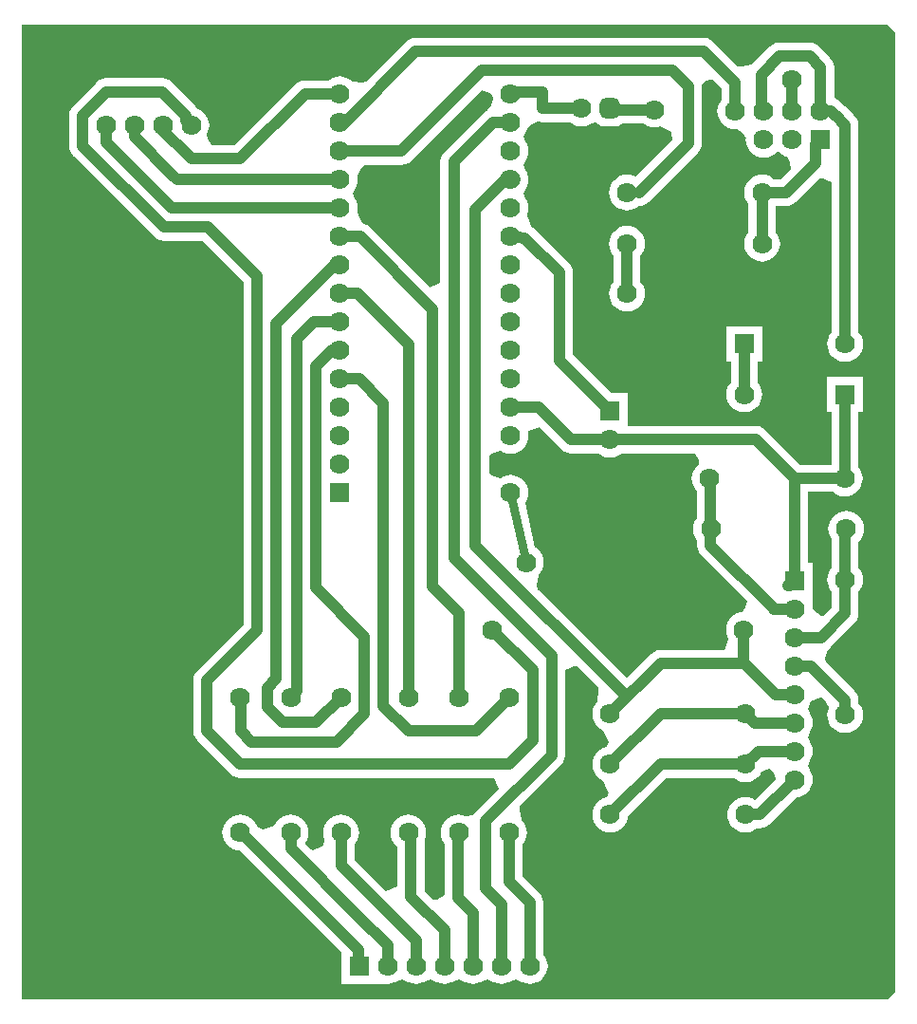
<source format=gtl>
G04 Layer_Physical_Order=1*
G04 Layer_Color=25308*
%FSLAX42Y42*%
%MOMM*%
G71*
G01*
G75*
%ADD10C,1.00*%
%ADD11C,0.80*%
%ADD12C,1.78*%
%ADD13R,1.78X1.78*%
G04:AMPARAMS|DCode=14|XSize=1.78mm|YSize=1.78mm|CornerRadius=0.44mm|HoleSize=0mm|Usage=FLASHONLY|Rotation=180.000|XOffset=0mm|YOffset=0mm|HoleType=Round|Shape=RoundedRectangle|*
%AMROUNDEDRECTD14*
21,1,1.78,0.89,0,0,180.0*
21,1,0.89,1.78,0,0,180.0*
1,1,0.89,-0.44,0.44*
1,1,0.89,0.44,0.44*
1,1,0.89,0.44,-0.44*
1,1,0.89,-0.44,-0.44*
%
%ADD14ROUNDEDRECTD14*%
%ADD15R,1.78X1.78*%
G36*
X-0Y8700D02*
X0Y0D01*
X7729Y-0D01*
X7800Y71D01*
X7800Y8629D01*
X7729Y8700D01*
X-0Y8700D01*
D02*
G37*
%LPC*%
G36*
X6291Y6009D02*
X6609D01*
Y5691D01*
X6571D01*
Y5503D01*
X6583Y5489D01*
X6598Y5461D01*
X6607Y5431D01*
X6610Y5400D01*
X6607Y5369D01*
X6598Y5339D01*
X6583Y5311D01*
X6563Y5287D01*
X6539Y5267D01*
X6511Y5252D01*
X6481Y5243D01*
X6450Y5240D01*
X6419Y5243D01*
X6389Y5252D01*
X6361Y5267D01*
X6337Y5287D01*
X6317Y5311D01*
X6302Y5339D01*
X6293Y5369D01*
X6290Y5400D01*
X6293Y5431D01*
X6302Y5461D01*
X6317Y5489D01*
X6329Y5503D01*
Y5691D01*
X6291D01*
Y6009D01*
D02*
G37*
G36*
X5403Y6903D02*
X5434Y6900D01*
X5464Y6891D01*
X5492Y6876D01*
X5516Y6856D01*
X5536Y6832D01*
X5551Y6805D01*
X5560Y6775D01*
X5563Y6743D01*
X5560Y6712D01*
X5551Y6682D01*
X5536Y6655D01*
X5524Y6640D01*
Y6403D01*
X5536Y6389D01*
X5551Y6361D01*
X5560Y6331D01*
X5563Y6300D01*
X5560Y6269D01*
X5551Y6239D01*
X5536Y6211D01*
X5516Y6187D01*
X5492Y6167D01*
X5464Y6152D01*
X5434Y6143D01*
X5403Y6140D01*
X5372Y6143D01*
X5342Y6152D01*
X5314Y6167D01*
X5290Y6187D01*
X5270Y6211D01*
X5256Y6239D01*
X5247Y6269D01*
X5243Y6300D01*
X5247Y6331D01*
X5256Y6361D01*
X5270Y6389D01*
X5282Y6403D01*
Y6640D01*
X5270Y6655D01*
X5256Y6682D01*
X5247Y6712D01*
X5243Y6743D01*
X5247Y6775D01*
X5256Y6805D01*
X5270Y6832D01*
X5290Y6856D01*
X5314Y6876D01*
X5342Y6891D01*
X5372Y6900D01*
X5403Y6903D01*
D02*
G37*
G36*
X3516Y8581D02*
X6090D01*
X6121Y8577D01*
X6150Y8565D01*
X6175Y8546D01*
X6393Y8328D01*
X6424Y8324D01*
X6514Y8339D01*
X6677Y8501D01*
X6702Y8521D01*
X6731Y8533D01*
X6763Y8537D01*
X7034D01*
X7065Y8533D01*
X7095Y8521D01*
X7120Y8501D01*
X7217Y8405D01*
X7236Y8380D01*
X7248Y8350D01*
X7252Y8319D01*
Y8044D01*
X7254Y8044D01*
X7284Y8032D01*
X7309Y8013D01*
X7349Y7972D01*
X7355Y7967D01*
X7425Y7897D01*
X7433Y7888D01*
X7436Y7886D01*
X7455Y7861D01*
X7467Y7831D01*
X7471Y7800D01*
X7471Y5953D01*
X7483Y5939D01*
X7498Y5911D01*
X7507Y5881D01*
X7510Y5850D01*
X7507Y5819D01*
X7498Y5789D01*
X7483Y5761D01*
X7463Y5737D01*
X7439Y5717D01*
X7411Y5702D01*
X7381Y5693D01*
X7350Y5690D01*
X7319Y5693D01*
X7289Y5702D01*
X7261Y5717D01*
X7237Y5737D01*
X7217Y5761D01*
X7202Y5789D01*
X7193Y5819D01*
X7190Y5850D01*
X7193Y5881D01*
X7202Y5911D01*
X7217Y5939D01*
X7229Y5953D01*
X7229Y7295D01*
X7129Y7336D01*
X6907Y7114D01*
X6882Y7095D01*
X6853Y7083D01*
X6822Y7079D01*
X6731D01*
Y6846D01*
X6742Y6832D01*
X6757Y6805D01*
X6766Y6775D01*
X6769Y6743D01*
X6766Y6712D01*
X6757Y6682D01*
X6742Y6655D01*
X6723Y6631D01*
X6698Y6611D01*
X6671Y6596D01*
X6641Y6587D01*
X6610Y6584D01*
X6578Y6587D01*
X6549Y6596D01*
X6521Y6611D01*
X6497Y6631D01*
X6477Y6655D01*
X6462Y6682D01*
X6453Y6712D01*
X6450Y6743D01*
X6453Y6775D01*
X6462Y6805D01*
X6477Y6832D01*
X6489Y6846D01*
Y7097D01*
X6477Y7111D01*
X6462Y7139D01*
X6453Y7169D01*
X6450Y7200D01*
X6453Y7231D01*
X6462Y7261D01*
X6477Y7289D01*
X6497Y7313D01*
X6521Y7333D01*
X6549Y7348D01*
X6578Y7357D01*
X6610Y7360D01*
X6641Y7357D01*
X6671Y7348D01*
X6698Y7333D01*
X6713Y7321D01*
X6772D01*
X6865Y7414D01*
X6854Y7474D01*
X6830Y7521D01*
X6816Y7525D01*
X6788Y7540D01*
X6764Y7560D01*
X6736D01*
X6712Y7540D01*
X6684Y7525D01*
X6654Y7516D01*
X6623Y7513D01*
X6592Y7516D01*
X6562Y7525D01*
X6534Y7540D01*
X6510Y7560D01*
X6490Y7584D01*
X6475Y7612D01*
X6466Y7642D01*
X6463Y7673D01*
X6465Y7688D01*
X6429Y7733D01*
X6384Y7769D01*
X6369Y7767D01*
X6338Y7770D01*
X6308Y7779D01*
X6280Y7794D01*
X6256Y7814D01*
X6236Y7838D01*
X6221Y7866D01*
X6212Y7896D01*
X6209Y7927D01*
X6212Y7958D01*
X6221Y7988D01*
X6236Y8016D01*
X6248Y8030D01*
Y8131D01*
X6160Y8218D01*
X6094Y8191D01*
X6070Y8168D01*
X6072Y8149D01*
Y7641D01*
X6068Y7610D01*
X6056Y7581D01*
X6037Y7555D01*
X5596Y7114D01*
X5571Y7095D01*
X5541Y7083D01*
X5510Y7079D01*
X5507Y7079D01*
X5492Y7067D01*
X5464Y7052D01*
X5434Y7043D01*
X5403Y7040D01*
X5372Y7043D01*
X5342Y7052D01*
X5314Y7067D01*
X5290Y7087D01*
X5270Y7111D01*
X5256Y7139D01*
X5247Y7169D01*
X5243Y7200D01*
X5247Y7231D01*
X5256Y7261D01*
X5270Y7289D01*
X5290Y7313D01*
X5314Y7333D01*
X5342Y7348D01*
X5372Y7357D01*
X5403Y7360D01*
X5434Y7357D01*
X5464Y7348D01*
X5479Y7340D01*
X5805Y7666D01*
X5798Y7739D01*
X5768Y7757D01*
X5701Y7789D01*
X5681Y7783D01*
X5650Y7780D01*
X5619Y7783D01*
X5589Y7792D01*
X5561Y7807D01*
X5547Y7818D01*
X5369D01*
X5352Y7806D01*
X5324Y7794D01*
X5294Y7790D01*
X5206D01*
X5176Y7794D01*
X5148Y7806D01*
X5124Y7824D01*
X5085Y7817D01*
X5057Y7802D01*
X5027Y7793D01*
X4996Y7790D01*
X4965Y7793D01*
X4935Y7802D01*
X4907Y7817D01*
X4893Y7829D01*
X4650D01*
X4619Y7833D01*
X4609Y7832D01*
X4555Y7809D01*
X4538Y7799D01*
X4514Y7777D01*
X4510Y7763D01*
X4495Y7735D01*
X4480Y7697D01*
X4495Y7659D01*
X4510Y7631D01*
X4519Y7601D01*
X4522Y7570D01*
X4519Y7539D01*
X4510Y7509D01*
X4495Y7481D01*
X4480Y7443D01*
X4495Y7405D01*
X4510Y7377D01*
X4514Y7364D01*
X4520Y7347D01*
X4524Y7316D01*
X4520Y7285D01*
X4514Y7268D01*
X4510Y7255D01*
X4495Y7227D01*
X4480Y7189D01*
X4495Y7151D01*
X4510Y7123D01*
X4519Y7093D01*
X4522Y7062D01*
X4519Y7031D01*
X4513Y7014D01*
X4513Y7012D01*
X4513Y7007D01*
X4515Y6985D01*
X4518Y6973D01*
X4547Y6906D01*
X4549Y6904D01*
X4558Y6895D01*
X4566Y6888D01*
X4574Y6882D01*
X4886Y6570D01*
X4905Y6545D01*
X4917Y6516D01*
X4921Y6485D01*
Y5750D01*
X5262Y5409D01*
X5409D01*
Y5117D01*
X6554D01*
X6585Y5113D01*
X6615Y5101D01*
X6640Y5082D01*
X6950Y4771D01*
X7226D01*
Y5241D01*
X7191D01*
Y5559D01*
X7509D01*
Y5241D01*
X7468D01*
Y4753D01*
X7480Y4739D01*
X7494Y4711D01*
X7504Y4681D01*
X7507Y4650D01*
X7504Y4619D01*
X7494Y4589D01*
X7480Y4561D01*
X7460Y4537D01*
X7436Y4517D01*
X7408Y4502D01*
X7378Y4493D01*
X7347Y4490D01*
X7316Y4493D01*
X7286Y4502D01*
X7258Y4517D01*
X7244Y4529D01*
X7021D01*
Y3898D01*
X7059D01*
Y3585D01*
X7060Y3485D01*
X7135Y3424D01*
X7150Y3418D01*
X7229Y3497D01*
Y3644D01*
X7217Y3658D01*
X7202Y3686D01*
X7193Y3716D01*
X7190Y3747D01*
X7193Y3778D01*
X7202Y3808D01*
X7217Y3836D01*
X7229Y3850D01*
Y4109D01*
X7227Y4111D01*
X7212Y4139D01*
X7203Y4169D01*
X7200Y4200D01*
X7203Y4231D01*
X7212Y4261D01*
X7227Y4289D01*
X7247Y4313D01*
X7271Y4333D01*
X7298Y4348D01*
X7328Y4357D01*
X7360Y4360D01*
X7391Y4357D01*
X7421Y4348D01*
X7448Y4333D01*
X7472Y4313D01*
X7492Y4289D01*
X7507Y4261D01*
X7516Y4231D01*
X7519Y4200D01*
X7516Y4169D01*
X7507Y4139D01*
X7492Y4111D01*
X7472Y4087D01*
X7471Y4086D01*
Y3850D01*
X7483Y3836D01*
X7498Y3808D01*
X7507Y3778D01*
X7510Y3747D01*
X7507Y3716D01*
X7498Y3686D01*
X7483Y3658D01*
X7471Y3644D01*
Y3447D01*
X7467Y3416D01*
X7455Y3386D01*
X7436Y3361D01*
X7220Y3145D01*
X7201Y3131D01*
X7193Y3121D01*
X7174Y3039D01*
X7176Y3015D01*
X7436Y2756D01*
X7455Y2731D01*
X7467Y2701D01*
X7471Y2670D01*
Y2643D01*
X7483Y2629D01*
X7498Y2602D01*
X7507Y2572D01*
X7510Y2540D01*
X7507Y2509D01*
X7498Y2479D01*
X7483Y2452D01*
X7463Y2428D01*
X7439Y2408D01*
X7411Y2393D01*
X7381Y2384D01*
X7350Y2381D01*
X7319Y2384D01*
X7289Y2393D01*
X7261Y2408D01*
X7237Y2428D01*
X7217Y2452D01*
X7202Y2479D01*
X7193Y2509D01*
X7190Y2540D01*
X7193Y2572D01*
X7202Y2602D01*
X7209Y2613D01*
X7162Y2674D01*
X7140Y2692D01*
X7126Y2692D01*
X7048Y2662D01*
X7033Y2634D01*
X7018Y2596D01*
X7033Y2558D01*
X7048Y2530D01*
X7057Y2500D01*
X7060Y2469D01*
X7057Y2438D01*
X7048Y2408D01*
X7033Y2380D01*
X7018Y2342D01*
X7033Y2304D01*
X7048Y2276D01*
X7057Y2246D01*
X7060Y2215D01*
X7057Y2184D01*
X7048Y2154D01*
X7033Y2126D01*
X7018Y2088D01*
X7033Y2050D01*
X7048Y2022D01*
X7057Y1992D01*
X7060Y1961D01*
X7057Y1930D01*
X7048Y1900D01*
X7033Y1872D01*
X7013Y1848D01*
X6989Y1828D01*
X6961Y1813D01*
X6931Y1804D01*
X6913Y1803D01*
X6675Y1564D01*
X6650Y1545D01*
X6620Y1533D01*
X6589Y1529D01*
X6563D01*
X6548Y1517D01*
X6521Y1502D01*
X6491Y1493D01*
X6460Y1490D01*
X6428Y1493D01*
X6398Y1502D01*
X6371Y1517D01*
X6347Y1537D01*
X6327Y1561D01*
X6312Y1589D01*
X6303Y1619D01*
X6300Y1650D01*
X6303Y1681D01*
X6312Y1711D01*
X6327Y1739D01*
X6347Y1763D01*
X6371Y1783D01*
X6398Y1798D01*
X6428Y1807D01*
X6460Y1810D01*
X6491Y1807D01*
X6521Y1798D01*
X6548Y1783D01*
X6550Y1782D01*
X6731Y1963D01*
X6710Y2023D01*
X6673Y2057D01*
X6632Y2046D01*
X6604Y2032D01*
X6592Y2011D01*
X6573Y1987D01*
X6548Y1967D01*
X6521Y1952D01*
X6491Y1943D01*
X6460Y1940D01*
X6428Y1943D01*
X6398Y1952D01*
X6371Y1967D01*
X6357Y1979D01*
X5753D01*
X5412Y1637D01*
X5410Y1619D01*
X5401Y1589D01*
X5386Y1561D01*
X5366Y1537D01*
X5342Y1517D01*
X5314Y1502D01*
X5284Y1493D01*
X5253Y1490D01*
X5222Y1493D01*
X5192Y1502D01*
X5164Y1517D01*
X5140Y1537D01*
X5120Y1561D01*
X5106Y1589D01*
X5096Y1619D01*
X5093Y1650D01*
X5096Y1681D01*
X5106Y1711D01*
X5120Y1739D01*
X5140Y1763D01*
X5164Y1783D01*
X5192Y1798D01*
X5222Y1807D01*
X5223Y1810D01*
X5238Y1847D01*
X5236Y1861D01*
X5192Y1952D01*
X5164Y1967D01*
X5140Y1987D01*
X5120Y2011D01*
X5106Y2039D01*
X5096Y2069D01*
X5093Y2100D01*
X5096Y2131D01*
X5106Y2161D01*
X5120Y2189D01*
X5140Y2213D01*
X5164Y2233D01*
X5192Y2248D01*
X5222Y2257D01*
X5223Y2260D01*
X5238Y2297D01*
X5236Y2311D01*
X5192Y2402D01*
X5164Y2417D01*
X5140Y2437D01*
X5120Y2461D01*
X5106Y2489D01*
X5096Y2519D01*
X5093Y2550D01*
X5096Y2581D01*
X5106Y2611D01*
X5120Y2639D01*
X5140Y2663D01*
X5150Y2752D01*
X5144Y2785D01*
X4950Y2979D01*
X4850Y2937D01*
Y2179D01*
X4846Y2148D01*
X4834Y2118D01*
X4814Y2093D01*
X4448Y1727D01*
X4445Y1694D01*
X4463Y1603D01*
X4483Y1579D01*
X4498Y1552D01*
X4507Y1522D01*
X4510Y1490D01*
X4507Y1459D01*
X4498Y1429D01*
X4483Y1402D01*
X4471Y1387D01*
X4471Y1100D01*
X4621Y951D01*
X4640Y926D01*
X4652Y896D01*
X4656Y865D01*
Y403D01*
X4668Y389D01*
X4683Y361D01*
X4692Y331D01*
X4695Y300D01*
X4692Y269D01*
X4683Y239D01*
X4668Y211D01*
X4648Y187D01*
X4624Y167D01*
X4596Y152D01*
X4566Y143D01*
X4535Y140D01*
X4504Y143D01*
X4474Y152D01*
X4446Y167D01*
X4408Y182D01*
X4370Y167D01*
X4342Y152D01*
X4312Y143D01*
X4281Y140D01*
X4250Y143D01*
X4220Y152D01*
X4192Y167D01*
X4154Y182D01*
X4116Y167D01*
X4088Y152D01*
X4058Y143D01*
X4027Y140D01*
X3996Y143D01*
X3966Y152D01*
X3938Y167D01*
X3900Y182D01*
X3862Y167D01*
X3834Y152D01*
X3804Y143D01*
X3773Y140D01*
X3742Y143D01*
X3712Y152D01*
X3684Y167D01*
X3646Y182D01*
X3608Y167D01*
X3580Y152D01*
X3550Y143D01*
X3519Y140D01*
X3488Y143D01*
X3458Y152D01*
X3430Y167D01*
X3392Y182D01*
X3354Y167D01*
X3354Y167D01*
X3354Y167D01*
X3326Y152D01*
X3326Y152D01*
X3296Y143D01*
X3268Y141D01*
X3265Y140D01*
X3265D01*
X3165Y141D01*
X2852D01*
Y427D01*
X1948Y1331D01*
X1919Y1334D01*
X1889Y1343D01*
X1861Y1358D01*
X1837Y1378D01*
X1817Y1402D01*
X1802Y1429D01*
X1793Y1459D01*
X1790Y1490D01*
X1793Y1522D01*
X1802Y1552D01*
X1817Y1579D01*
X1837Y1603D01*
X1861Y1623D01*
X1889Y1638D01*
X1919Y1647D01*
X1950Y1650D01*
X1981Y1647D01*
X2011Y1638D01*
X2039Y1623D01*
X2063Y1603D01*
X2083Y1579D01*
X2098Y1552D01*
X2101Y1541D01*
X2147Y1520D01*
X2158Y1520D01*
X2252Y1552D01*
X2267Y1579D01*
X2287Y1603D01*
X2311Y1623D01*
X2339Y1638D01*
X2369Y1647D01*
X2400Y1650D01*
X2431Y1647D01*
X2461Y1638D01*
X2489Y1623D01*
X2513Y1603D01*
X2533Y1579D01*
X2548Y1552D01*
X2557Y1522D01*
X2560Y1490D01*
X2557Y1459D01*
X2548Y1429D01*
X2533Y1402D01*
X2527Y1394D01*
X2584Y1337D01*
X2595Y1336D01*
X2692Y1371D01*
X2704Y1426D01*
X2702Y1429D01*
X2693Y1459D01*
X2690Y1490D01*
X2693Y1522D01*
X2702Y1552D01*
X2717Y1579D01*
X2737Y1603D01*
X2761Y1623D01*
X2789Y1638D01*
X2819Y1647D01*
X2850Y1650D01*
X2881Y1647D01*
X2911Y1638D01*
X2939Y1623D01*
X2963Y1603D01*
X2983Y1579D01*
X2998Y1552D01*
X3007Y1522D01*
X3010Y1490D01*
X3007Y1459D01*
X2998Y1429D01*
X2983Y1402D01*
X2971Y1387D01*
Y1250D01*
X3252Y969D01*
X3352Y1011D01*
Y1365D01*
X3337Y1378D01*
X3317Y1402D01*
X3302Y1429D01*
X3293Y1459D01*
X3290Y1490D01*
X3293Y1522D01*
X3302Y1552D01*
X3317Y1579D01*
X3337Y1603D01*
X3361Y1623D01*
X3389Y1638D01*
X3419Y1647D01*
X3450Y1650D01*
X3481Y1647D01*
X3511Y1638D01*
X3539Y1623D01*
X3563Y1603D01*
X3583Y1579D01*
X3598Y1552D01*
X3607Y1522D01*
X3610Y1490D01*
X3607Y1459D01*
X3598Y1429D01*
X3594Y1423D01*
Y971D01*
X3675Y890D01*
X3707Y895D01*
X3774Y933D01*
Y1393D01*
X3767Y1402D01*
X3752Y1429D01*
X3743Y1459D01*
X3740Y1490D01*
X3743Y1522D01*
X3752Y1552D01*
X3767Y1579D01*
X3787Y1603D01*
X3811Y1623D01*
X3839Y1638D01*
X3869Y1647D01*
X3900Y1650D01*
X3931Y1647D01*
X3932Y1647D01*
X3964Y1638D01*
X4021Y1649D01*
X4056Y1677D01*
X4258Y1879D01*
X4216Y1979D01*
X1950D01*
X1919Y1983D01*
X1889Y1995D01*
X1864Y2014D01*
X1564Y2314D01*
X1545Y2339D01*
X1533Y2369D01*
X1529Y2400D01*
Y2850D01*
X1533Y2881D01*
X1545Y2911D01*
X1564Y2936D01*
X1979Y3350D01*
Y6400D01*
X1608Y6771D01*
X1268D01*
X1236Y6775D01*
X1207Y6787D01*
X1182Y6806D01*
X456Y7533D01*
X436Y7558D01*
X424Y7587D01*
X420Y7618D01*
Y7887D01*
X424Y7918D01*
X436Y7947D01*
X456Y7972D01*
X659Y8176D01*
X667Y8186D01*
X692Y8205D01*
X721Y8217D01*
X752Y8221D01*
X1253D01*
X1285Y8217D01*
X1314Y8205D01*
X1339Y8186D01*
X1552Y7972D01*
X1571Y7948D01*
X1573Y7948D01*
X1601Y7933D01*
X1625Y7913D01*
X1645Y7889D01*
X1660Y7861D01*
X1669Y7831D01*
X1672Y7800D01*
X1669Y7769D01*
X1660Y7739D01*
X1650Y7721D01*
X1662Y7682D01*
X1697Y7621D01*
X1900D01*
X2442Y8164D01*
X2467Y8183D01*
X2497Y8195D01*
X2528Y8199D01*
X2735D01*
X2749Y8211D01*
X2777Y8226D01*
X2807Y8235D01*
X2838Y8238D01*
X2869Y8235D01*
X2899Y8226D01*
X2927Y8211D01*
X2951Y8191D01*
X3041Y8182D01*
X3073Y8188D01*
X3430Y8546D01*
X3455Y8565D01*
X3484Y8577D01*
X3516Y8581D01*
D02*
G37*
%LPD*%
G36*
X4523Y5072D02*
X4518Y5063D01*
X4519Y5061D01*
X4522Y5030D01*
X4519Y4999D01*
X4510Y4969D01*
X4495Y4941D01*
X4475Y4917D01*
X4451Y4897D01*
X4423Y4882D01*
X4393Y4873D01*
X4362Y4870D01*
X4331Y4873D01*
X4301Y4882D01*
X4273Y4897D01*
X4271Y4899D01*
X4197Y4875D01*
X4171Y4855D01*
Y4697D01*
X4197Y4677D01*
X4271Y4653D01*
X4273Y4655D01*
X4301Y4670D01*
X4331Y4679D01*
X4362Y4682D01*
X4393Y4679D01*
X4423Y4670D01*
X4451Y4655D01*
X4475Y4635D01*
X4495Y4611D01*
X4510Y4583D01*
X4519Y4553D01*
X4522Y4522D01*
X4519Y4491D01*
X4510Y4461D01*
X4495Y4434D01*
X4584Y4035D01*
X4589Y4033D01*
X4613Y4013D01*
X4633Y3989D01*
X4648Y3961D01*
X4657Y3931D01*
X4660Y3900D01*
X4657Y3869D01*
X4648Y3839D01*
X4633Y3811D01*
X4613Y3787D01*
X4601Y3698D01*
X4607Y3664D01*
X5402Y2870D01*
X5618Y3086D01*
X5643Y3105D01*
X5672Y3117D01*
X5703Y3121D01*
X6272D01*
X6291Y3161D01*
X6309Y3221D01*
X6299Y3239D01*
X6290Y3269D01*
X6287Y3300D01*
X6290Y3331D01*
X6299Y3361D01*
X6314Y3389D01*
X6334Y3413D01*
X6358Y3433D01*
X6386Y3448D01*
X6416Y3457D01*
X6432Y3458D01*
X6457Y3496D01*
X6474Y3557D01*
X6064Y3968D01*
X6045Y3993D01*
X6033Y4022D01*
X6029Y4053D01*
Y4101D01*
X6020Y4111D01*
X6006Y4139D01*
X5996Y4169D01*
X5993Y4200D01*
X5996Y4231D01*
X6006Y4261D01*
X6020Y4289D01*
X6029Y4299D01*
Y4536D01*
X6028Y4537D01*
X6008Y4561D01*
X5993Y4589D01*
X5984Y4619D01*
X5981Y4650D01*
X5984Y4681D01*
X5993Y4711D01*
X6008Y4739D01*
X6028Y4763D01*
X6042Y4775D01*
X6041Y4809D01*
X6012Y4875D01*
X5353D01*
X5339Y4863D01*
X5311Y4848D01*
X5281Y4839D01*
X5250Y4836D01*
X5219Y4839D01*
X5189Y4848D01*
X5161Y4863D01*
X5147Y4875D01*
X4904D01*
X4873Y4879D01*
X4843Y4891D01*
X4818Y4910D01*
X4622Y5107D01*
X4523Y5072D01*
D02*
G37*
G36*
X3476Y7484D02*
X3451Y7465D01*
X3421Y7453D01*
X3390Y7449D01*
X3060D01*
X3032Y7421D01*
X2994Y7349D01*
X2995Y7347D01*
X2998Y7316D01*
X2995Y7285D01*
X2986Y7255D01*
X2971Y7227D01*
X2956Y7189D01*
X2971Y7151D01*
X2986Y7123D01*
X2995Y7093D01*
X2998Y7062D01*
X2995Y7031D01*
X2994Y7029D01*
X3002Y6996D01*
X3030Y6949D01*
X3048Y6928D01*
X3055Y6923D01*
X3080Y6913D01*
X3105Y6894D01*
X3644Y6355D01*
X3736Y6393D01*
Y7475D01*
X3741Y7506D01*
X3753Y7535D01*
X3772Y7560D01*
X4121Y7910D01*
X4146Y7929D01*
X4151Y7931D01*
X4155Y7934D01*
X4188Y7980D01*
X4206Y8037D01*
X4206Y8045D01*
X4205Y8047D01*
X4203Y8070D01*
X4183Y8085D01*
X4105Y8114D01*
X3476Y7484D01*
D02*
G37*
D10*
X4350Y2697D02*
X4053Y2400D01*
X3450D01*
X4800Y6485D02*
X4488Y6796D01*
X4800Y5700D02*
Y6485D01*
X5250Y5250D02*
X4800Y5700D01*
X4616Y5284D02*
X4362D01*
X4904Y4996D02*
X4616Y5284D01*
X5250Y4996D02*
X4904D01*
X1952Y2398D02*
Y2695D01*
X4141Y989D02*
Y1591D01*
X4729Y2179D02*
X4141Y1591D01*
X4729Y2179D02*
Y3071D01*
X3005Y445D02*
X1955Y1495D01*
X3005Y295D02*
Y445D01*
X3265Y300D02*
Y485D01*
X3000Y750D01*
X2400Y1350D02*
Y1490D01*
X3000Y750D02*
X2400Y1350D01*
X2850Y1200D02*
Y1490D01*
X3519Y531D02*
X2850Y1200D01*
X3519Y300D02*
Y531D01*
X3473Y921D02*
Y1490D01*
X3773Y621D02*
X3473Y921D01*
X3773Y300D02*
Y621D01*
X3895Y905D02*
Y1495D01*
X4027Y773D02*
X3895Y905D01*
X4027Y300D02*
Y773D01*
X4281Y849D02*
X4141Y989D01*
X2838Y7062D02*
X1338D01*
X750Y7650D01*
X2838Y7316D02*
X1384D01*
X1350Y7350D01*
X1350D01*
X1004Y7696D01*
X1517Y7500D02*
X1237Y7779D01*
X1950Y7500D02*
X1517D01*
X1268Y6892D02*
X541Y7618D01*
X2528Y8078D02*
X1950Y7500D01*
X2838Y8078D02*
X2528D01*
X4110Y8290D02*
X3390Y7570D01*
X5810Y8290D02*
X4110D01*
X5951Y8149D02*
X5810Y8290D01*
X3516Y8460D02*
X2859Y7803D01*
X6090Y8460D02*
X3516D01*
X6369Y8181D02*
X6090Y8460D01*
X5951Y7641D02*
Y8149D01*
Y7641D02*
X5510Y7200D01*
X5403Y6300D02*
Y6743D01*
X3390Y7570D02*
X2838D01*
X6610Y6743D02*
Y7200D01*
X6822D02*
X6610D01*
X7086Y7464D02*
X6822Y7200D01*
X7086Y7464D02*
Y7628D01*
X7131Y7673D02*
X7086Y7628D01*
X7268Y7882D02*
X7223Y7927D01*
X7270Y7882D02*
X7268D01*
X7340Y7812D02*
X7270Y7882D01*
X7340Y7810D02*
Y7812D01*
X7223Y7927D02*
X7131D01*
X7350Y5850D02*
X7350Y7800D01*
X7347Y4650D02*
X6900D01*
X6554Y4996D02*
X5250D01*
X6900Y4650D02*
X6554Y4996D01*
X4281Y300D02*
Y849D01*
X4350Y1050D02*
X4350Y1490D01*
X4535Y300D02*
Y865D01*
X4350Y1050D01*
Y1050D01*
X5779Y1700D02*
X5713Y1765D01*
X4766Y4776D02*
X4507D01*
X4790Y4800D02*
X4766Y4776D01*
X2270Y2862D02*
X2191Y2783D01*
X2270Y2862D02*
Y6027D01*
X2797Y6554D02*
X2270Y6027D01*
X2100Y6450D02*
X1658Y6892D01*
X2100Y3300D02*
Y6450D01*
Y3300D02*
X1650Y2850D01*
X7347Y4650D02*
Y5397D01*
X6450Y5400D02*
Y5850D01*
X4488Y6796D02*
X4362Y6808D01*
Y7824D02*
X4207D01*
X3019Y6808D02*
X2838D01*
X2624Y2471D02*
X2329D01*
X2850Y2697D02*
X2624Y2471D01*
X3000Y6300D02*
X2838D01*
Y6046D02*
X2606D01*
X2838Y5792D02*
X2768D01*
X2049Y2301D02*
X1952Y2398D01*
X3012Y5538D02*
X2838D01*
X4507Y4776D02*
X4362D01*
X4507Y4691D02*
Y4776D01*
X5713Y1765D02*
X5650D01*
X6900Y3739D02*
Y4650D01*
Y2723D02*
X6877Y2700D01*
X7350Y3447D02*
X7134Y3231D01*
X6900D01*
X7043Y2977D02*
X6900D01*
X7350Y2670D02*
X7043Y2977D01*
X7350Y2540D02*
Y2670D01*
X3229Y5321D02*
X3012Y5538D01*
X3450Y2400D02*
X3229Y2621D01*
X3059Y2551D02*
X3059Y2551D01*
X3059Y2551D02*
X2809Y2301D01*
X2049D01*
X3059Y2551D02*
Y3241D01*
X6900Y3739D02*
X6855Y3694D01*
X6900Y3750D02*
X6844Y3694D01*
X1004Y7696D02*
Y7800D01*
X750Y7650D02*
Y7800D01*
X2455Y2752D02*
X2400Y2697D01*
X2838Y6554D02*
X2797D01*
X2260Y2542D02*
X2191Y2610D01*
Y2783D01*
X2329Y2471D02*
X2250Y2550D01*
X1950Y2100D02*
X1650Y2400D01*
Y2850D01*
X2768Y5792D02*
X2625Y5649D01*
Y3675D02*
Y5649D01*
X3059Y3241D02*
X2625Y3675D01*
X2606Y6046D02*
X2455Y5895D01*
Y2752D02*
Y5895D01*
X3229Y2621D02*
Y5321D01*
X3900Y2697D02*
Y3450D01*
X3858Y3942D02*
Y7475D01*
X4207Y7824D02*
X3858Y7475D01*
X3900Y3450D02*
X3668Y3683D01*
Y6160D01*
X3019Y6808D01*
X3470Y2697D02*
X3453Y2714D01*
Y5847D01*
X3000Y6300D01*
X4350Y2100D02*
X1950D01*
X4403Y7316D02*
X4362D01*
X4480Y2230D02*
X4350Y2100D01*
X4480Y2230D02*
Y2231D01*
X4559Y2310D02*
X4480Y2231D01*
X4729Y3071D02*
X3858Y3942D01*
X4559Y2310D02*
Y2941D01*
X4200Y3300D01*
X6900Y3485D02*
X6715D01*
X7350Y3447D02*
Y3747D01*
Y4190D01*
X6717Y3487D02*
X6150Y4053D01*
Y4637D01*
X6900Y2723D02*
X6727D01*
X6900Y1961D02*
X6589Y1650D01*
X6460D01*
X6900Y2215D02*
X6575D01*
X6460Y2100D01*
X5703D01*
X5253Y1650D01*
X6900Y2469D02*
X6541D01*
X6460Y2550D01*
X5703D01*
X5253Y2100D01*
X6447Y3000D02*
X6447Y3000D01*
X5703D02*
X5253Y2550D01*
X6447Y3000D02*
X5703D01*
X4362Y7316D02*
X4316D01*
X4050Y7050D01*
X5400Y2700D02*
X4050Y4050D01*
Y7050D01*
X6447Y3000D02*
Y3300D01*
X6727Y2723D02*
X6448Y3002D01*
X6877Y7927D02*
Y8207D01*
X6600Y7950D02*
Y8253D01*
X7131Y7927D02*
Y8319D01*
X6369Y7927D02*
Y8181D01*
X1658Y6892D02*
X1268D01*
X1467Y7845D02*
Y7887D01*
X1512Y7800D02*
X1467Y7845D01*
Y7887D02*
X1253Y8100D01*
X752D01*
X541Y7618D02*
Y7887D01*
X752Y8098D02*
X541Y7887D01*
X7034Y8416D02*
X6763D01*
X7131Y8319D02*
X7034Y8416D01*
X6763D02*
X6600Y8253D01*
X4996Y7950D02*
X4650D01*
Y8100D01*
X4384D01*
X5650Y7940D02*
X5260D01*
D11*
X4500Y3900D02*
X4362Y4522D01*
D12*
X5250Y4742D02*
D03*
Y4996D02*
D03*
X6900Y1961D02*
D03*
Y2215D02*
D03*
Y2469D02*
D03*
Y2723D02*
D03*
Y2977D02*
D03*
Y3231D02*
D03*
Y3485D02*
D03*
X7347Y4650D02*
D03*
X6140D02*
D03*
X1512Y7800D02*
D03*
X750D02*
D03*
X1004D02*
D03*
X1258D02*
D03*
X1766D02*
D03*
X4996Y7950D02*
D03*
X6369Y7927D02*
D03*
X6623D02*
D03*
X7131D02*
D03*
X6877Y7673D02*
D03*
X6623D02*
D03*
X6369D02*
D03*
X6877Y7927D02*
D03*
X6450Y5400D02*
D03*
X4362Y4776D02*
D03*
Y5030D02*
D03*
Y5284D02*
D03*
Y5538D02*
D03*
Y5792D02*
D03*
Y6046D02*
D03*
Y6300D02*
D03*
Y6554D02*
D03*
Y6808D02*
D03*
Y7062D02*
D03*
Y7316D02*
D03*
Y7570D02*
D03*
Y7824D02*
D03*
Y8078D02*
D03*
X2838D02*
D03*
Y7824D02*
D03*
Y7570D02*
D03*
Y7316D02*
D03*
Y7062D02*
D03*
Y6808D02*
D03*
Y6554D02*
D03*
Y6300D02*
D03*
Y6046D02*
D03*
Y5792D02*
D03*
Y5538D02*
D03*
Y5284D02*
D03*
X4362Y4522D02*
D03*
X2838Y5030D02*
D03*
Y4776D02*
D03*
X5253Y1650D02*
D03*
X6460D02*
D03*
X6610Y6300D02*
D03*
X5403D02*
D03*
Y6743D02*
D03*
X6610D02*
D03*
X5403Y7200D02*
D03*
X6610D02*
D03*
X4350Y2697D02*
D03*
Y1490D02*
D03*
X3900Y2697D02*
D03*
Y1490D02*
D03*
X3450Y2697D02*
D03*
Y1490D02*
D03*
X2850Y2697D02*
D03*
Y1490D02*
D03*
X2400Y2697D02*
D03*
Y1490D02*
D03*
X1950Y2697D02*
D03*
Y1490D02*
D03*
X6447Y3300D02*
D03*
X5240D02*
D03*
X5253Y2100D02*
D03*
X6460D02*
D03*
X5253Y2550D02*
D03*
X6460D02*
D03*
X7350Y3747D02*
D03*
Y2540D02*
D03*
X6153Y4200D02*
D03*
X7360D02*
D03*
X4789Y300D02*
D03*
X4535D02*
D03*
X4281D02*
D03*
X4027D02*
D03*
X3773D02*
D03*
X3519D02*
D03*
X3265D02*
D03*
X7350Y5850D02*
D03*
X5700Y5400D02*
D03*
Y4650D02*
D03*
X4500Y3900D02*
D03*
X4200Y3300D02*
D03*
X6877Y8207D02*
D03*
X5650Y7940D02*
D03*
D13*
X5250Y5250D02*
D03*
X6900Y3739D02*
D03*
D14*
X5250Y7950D02*
D03*
D15*
X7131Y7673D02*
D03*
X7350Y5400D02*
D03*
X2838Y4522D02*
D03*
X3011Y300D02*
D03*
X6450Y5850D02*
D03*
M02*

</source>
